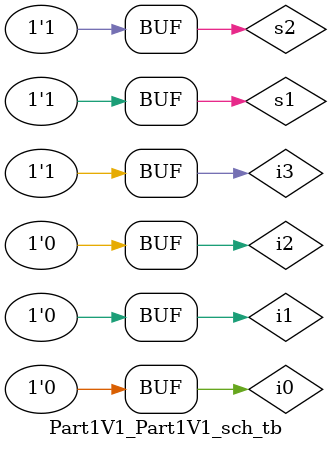
<source format=v>

`timescale 1ns / 1ps

module Part1V1_Part1V1_sch_tb();

// Inputs
   reg i0;
   reg i2;
   reg i3;
   reg i1;
   reg s1;
   reg s2;

// Output
   wire d;

// Bidirs

// Instantiate the UUT
   Part1V1 UUT (
		.i0(i0), 
		.i2(i2), 
		.i3(i3), 
		.i1(i1), 
		.s1(s1), 
		.s2(s2), 
		.d(d)
   );
// Initialize Inputs
   initial begin
	i0 = 1;
	i1 = 0;
	i2 = 0;
	i3 = 0;
	s1 = 0;
	s2 = 0;
	#100;
	$display("TC-i0");
	if(d != i0)$display("Result is wrong");
	
	i0 = 0;
	i1 = 1;
	i2 = 0;
	i3 = 0;
	s1 = 0;
	s2 = 1;
	#100;
	$display("TC-i1");
	if(d != i1)$display("Result is wrong");
	
	i0 = 0;
	i1 = 0;
	i2 = 1;
	i3 = 0;
	s1 = 1;
	s2 = 0;
	#100;
	$display("TC-i2");
	if(d != i2)$display("Result is wrong");
	
	i0 = 0;
	i1 = 0;
	i2 = 0;
	i3 = 1;
	s1 = 1;
	s2 = 1;
	#100;
	$display("TC-i3");
	if(d != i3)$display("Result is wrong");
end
	
endmodule

</source>
